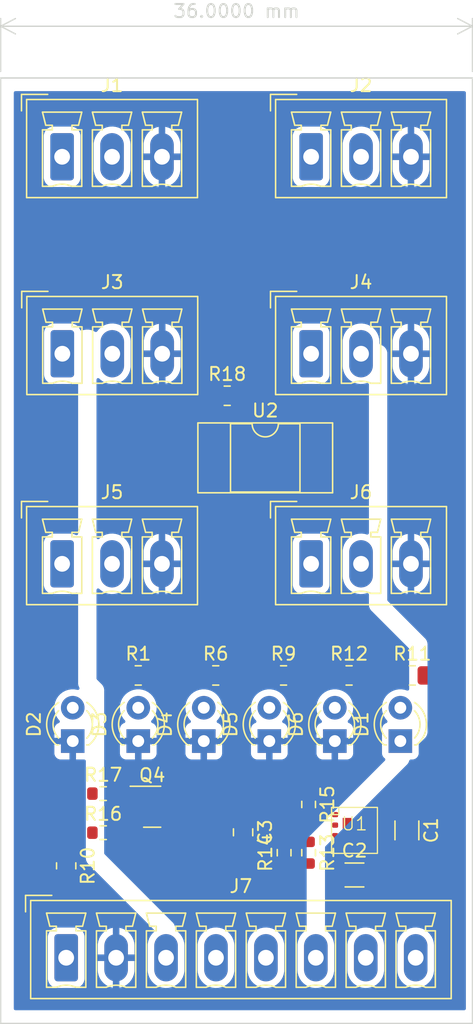
<source format=kicad_pcb>
(kicad_pcb (version 20221018) (generator pcbnew)
  (layers (0 "F.Cu" signal) (31 "B.Cu" signal) (34 "B.Paste" user) (35 "F.Paste" user) (36 "B.SilkS" user "B.Silkscreen") (37 "F.SilkS" user "F.Silkscreen") (38 "B.Mask" user) (39 "F.Mask" user) (44 "Edge.Cuts" user))
  (net 0 "")
  (net 1 "VDD")
  (net 2 "GND")
  (net 3 "Net-(D3-A)")
  (net 4 "Net-(D4-A)")
  (net 5 "Net-(D5-A)")
  (net 6 "/X_MASSO")
  (net 7 "/Y_MASSO")
  (net 8 "/Z_MASSO")
  (net 9 "+5V")
  (net 10 "Net-(U1-SS)")
  (net 11 "/TOUCH_OUT")
  (net 12 "Net-(D1-A)")
  (net 13 "Net-(D6-A)")
  (net 14 "/SPINDLE_STOP_OC")
  (net 15 "/LASER_EN")
  (net 16 "Net-(U1-PG)")
  (net 17 "Net-(U1-FB)")
  (net 18 "Net-(U1-EN)")
  (net 19 "Net-(D2-A)")
  (net 20 "/LASER_ON_OC")
  (net 21 "Net-(Q4-G)")
  (net 22 "/SPINDLE_STOP")
  (net 23 "Net-(R18-Pad1)")
  (footprint "Connector_Phoenix_MC:PhoenixContact_MCV_1,5_3-G-3.81_1x03_P3.81mm_Vertical" (layer "F.Cu") (at 124.69 105)
    (fp_text reference "J5" (at 3.81 -5.45) (layer "F.SilkS"))
    (fp_text value "Conn_01x03_Socket")
    (pad "1" thru_hole roundrect (at 0 0) (size 1.8 3.6) (drill 1.2) (layers "*.Cu" "*.Mask") (roundrect_rratio 0.138889) (net 1 "VDD"))
    (pad "2" thru_hole oval (at 3.81 0) (size 1.8 3.6) (drill 1.2) (layers "*.Cu" "*.Mask") (net 8 "/Z_MASSO"))
    (pad "3" thru_hole oval (at 7.62 0) (size 1.8 3.6) (drill 1.2) (layers "*.Cu" "*.Mask") (net 2 "GND"))
  )
  (footprint "LED_THT:LED_D3.0mm" (layer "F.Cu") (at 145.5 118.5 90)
    (fp_text reference "D6" (at 1.27 -2.96 90) (layer "F.SilkS"))
    (fp_text value "ORG")
    (pad "1" thru_hole rect (at 0 0 90) (size 1.8 1.8) (drill 0.9) (layers "*.Cu" "*.Mask") (net 2 "GND"))
    (pad "2" thru_hole circle (at 2.54 0 90) (size 1.8 1.8) (drill 0.9) (layers "*.Cu" "*.Mask") (net 13 "Net-(D6-A)"))
  )
  (footprint "LED_THT:LED_D3.0mm" (layer "F.Cu") (at 130.5 118.5 90)
    (fp_text reference "D3" (at 1.27 -2.96 90) (layer "F.SilkS"))
    (fp_text value "GRN")
    (pad "1" thru_hole rect (at 0 0 90) (size 1.8 1.8) (drill 0.9) (layers "*.Cu" "*.Mask") (net 2 "GND"))
    (pad "2" thru_hole circle (at 2.54 0 90) (size 1.8 1.8) (drill 0.9) (layers "*.Cu" "*.Mask") (net 3 "Net-(D3-A)"))
  )
  (footprint "Capacitor_SMD:C_1206_3216Metric" (layer "F.Cu") (at 147 128.697)
    (fp_text reference "C2" (at 0 -1.85) (layer "F.SilkS"))
    (fp_text value "22u")
    (pad "1" smd roundrect (at -1.475 0) (size 1.15 1.8) (layers "F.Cu" "F.Paste" "F.Mask") (roundrect_rratio 0.217391) (net 9 "+5V"))
    (pad "2" smd roundrect (at 1.475 0) (size 1.15 1.8) (layers "F.Cu" "F.Paste" "F.Mask") (roundrect_rratio 0.217391) (net 2 "GND"))
  )
  (footprint "Package_DIP:DIP-4_W7.62mm_SMDSocket_SmallPads" (layer "F.Cu") (at 140.19 96.93)
    (fp_text reference "U2" (at 0 -3.6) (layer "F.SilkS"))
    (fp_text value "PC817")
    (pad "1" smd rect (at -3.81 -1.27) (size 1.6 1.6) (layers "F.Cu" "F.Paste" "F.Mask") (net 23 "Net-(R18-Pad1)"))
    (pad "2" smd rect (at -3.81 1.27) (size 1.6 1.6) (layers "F.Cu" "F.Paste" "F.Mask") (net 14 "/SPINDLE_STOP_OC"))
    (pad "3" smd rect (at 3.81 1.27) (size 1.6 1.6) (layers "F.Cu" "F.Paste" "F.Mask") (net 2 "GND"))
    (pad "4" smd rect (at 3.81 -1.27) (size 1.6 1.6) (layers "F.Cu" "F.Paste" "F.Mask") (net 22 "/SPINDLE_STOP"))
  )
  (footprint "Resistor_SMD:R_0805_2012Metric" (layer "F.Cu") (at 136.4125 113.5)
    (fp_text reference "R6" (at 0 -1.65) (layer "F.SilkS"))
    (fp_text value "10k")
    (pad "1" smd roundrect (at -0.9125 0) (size 1.025 1.4) (layers "F.Cu" "F.Paste" "F.Mask") (roundrect_rratio 0.243902) (net 4 "Net-(D4-A)"))
    (pad "2" smd roundrect (at 0.9125 0) (size 1.025 1.4) (layers "F.Cu" "F.Paste" "F.Mask") (roundrect_rratio 0.243902) (net 7 "/Y_MASSO"))
  )
  (footprint "Resistor_SMD:R_0805_2012Metric" (layer "F.Cu") (at 141.5875 113.5)
    (fp_text reference "R9" (at 0 -1.65) (layer "F.SilkS"))
    (fp_text value "10k")
    (pad "1" smd roundrect (at -0.9125 0) (size 1.025 1.4) (layers "F.Cu" "F.Paste" "F.Mask") (roundrect_rratio 0.243902) (net 5 "Net-(D5-A)"))
    (pad "2" smd roundrect (at 0.9125 0) (size 1.025 1.4) (layers "F.Cu" "F.Paste" "F.Mask") (roundrect_rratio 0.243902) (net 8 "/Z_MASSO"))
  )
  (footprint "Resistor_SMD:R_0805_2012Metric" (layer "F.Cu") (at 130.5 113.5)
    (fp_text reference "R1" (at 0 -1.65) (layer "F.SilkS"))
    (fp_text value "10k")
    (pad "1" smd roundrect (at -0.9125 0) (size 1.025 1.4) (layers "F.Cu" "F.Paste" "F.Mask") (roundrect_rratio 0.243902) (net 3 "Net-(D3-A)"))
    (pad "2" smd roundrect (at 0.9125 0) (size 1.025 1.4) (layers "F.Cu" "F.Paste" "F.Mask") (roundrect_rratio 0.243902) (net 6 "/X_MASSO"))
  )
  (footprint "Resistor_SMD:R_0805_2012Metric" (layer "F.Cu") (at 146.5875 113.5)
    (fp_text reference "R12" (at 0 -1.65) (layer "F.SilkS"))
    (fp_text value "3k3")
    (pad "1" smd roundrect (at -0.9125 0) (size 1.025 1.4) (layers "F.Cu" "F.Paste" "F.Mask") (roundrect_rratio 0.243902) (net 13 "Net-(D6-A)"))
    (pad "2" smd roundrect (at 0.9125 0) (size 1.025 1.4) (layers "F.Cu" "F.Paste" "F.Mask") (roundrect_rratio 0.243902) (net 9 "+5V"))
  )
  (footprint "LED_THT:LED_D3.0mm" (layer "F.Cu") (at 140.5 118.5 90)
    (fp_text reference "D5" (at 1.27 -2.96 90) (layer "F.SilkS"))
    (fp_text value "GRN")
    (pad "1" thru_hole rect (at 0 0 90) (size 1.8 1.8) (drill 0.9) (layers "*.Cu" "*.Mask") (net 2 "GND"))
    (pad "2" thru_hole circle (at 2.54 0 90) (size 1.8 1.8) (drill 0.9) (layers "*.Cu" "*.Mask") (net 5 "Net-(D5-A)"))
  )
  (footprint "Resistor_SMD:R_0603_1608Metric" (layer "F.Cu") (at 143.5 123.325 -90)
    (fp_text reference "R15" (at 0 -1.43 -90) (layer "F.SilkS"))
    (fp_text value "44k2")
    (pad "1" smd roundrect (at -0.825 0 270) (size 0.8 0.95) (layers "F.Cu" "F.Paste" "F.Mask") (net 2 "GND"))
    (pad "2" smd roundrect (at 0.825 0 270) (size 0.8 0.95) (layers "F.Cu" "F.Paste" "F.Mask") (net 17 "Net-(U1-FB)"))
  )
  (footprint "Connector_Phoenix_MC:PhoenixContact_MCV_1,5_3-G-3.81_1x03_P3.81mm_Vertical" (layer "F.Cu") (at 143.69 105)
    (fp_text reference "J6" (at 3.81 -5.45) (layer "F.SilkS"))
    (fp_text value "Conn_01x03_Socket")
    (pad "1" thru_hole roundrect (at 0 0) (size 1.8 3.6) (drill 1.2) (layers "*.Cu" "*.Mask") (roundrect_rratio 0.138889) (net 9 "+5V"))
    (pad "2" thru_hole oval (at 3.81 0) (size 1.8 3.6) (drill 1.2) (layers "*.Cu" "*.Mask") (net 15 "/LASER_EN"))
    (pad "3" thru_hole oval (at 7.62 0) (size 1.8 3.6) (drill 1.2) (layers "*.Cu" "*.Mask") (net 2 "GND"))
  )
  (footprint "LED_THT:LED_D3.0mm" (layer "F.Cu") (at 150.5 118.5 90)
    (fp_text reference "D1" (at 1.27 -2.96 90) (layer "F.SilkS"))
    (fp_text value "RED")
    (pad "1" thru_hole rect (at 0 0 90) (size 1.8 1.8) (drill 0.9) (layers "*.Cu" "*.Mask") (net 11 "/TOUCH_OUT"))
    (pad "2" thru_hole circle (at 2.54 0 90) (size 1.8 1.8) (drill 0.9) (layers "*.Cu" "*.Mask") (net 12 "Net-(D1-A)"))
  )
  (footprint "Resistor_SMD:R_0603_1608Metric" (layer "F.Cu") (at 143.5 127 -90)
    (fp_text reference "R13" (at 0 -1.43 -90) (layer "F.SilkS"))
    (fp_text value "10k")
    (pad "1" smd roundrect (at -0.825 0 270) (size 0.8 0.95) (layers "F.Cu" "F.Paste" "F.Mask") (net 16 "Net-(U1-PG)"))
    (pad "2" smd roundrect (at 0.825 0 270) (size 0.8 0.95) (layers "F.Cu" "F.Paste" "F.Mask") (net 9 "+5V"))
  )
  (footprint "Resistor_SMD:R_0603_1608Metric" (layer "F.Cu") (at 127.825 125.476)
    (fp_text reference "R16" (at 0 -1.43) (layer "F.SilkS"))
    (fp_text value "10k")
    (pad "1" smd roundrect (at -0.825 0) (size 0.8 0.95) (layers "F.Cu" "F.Paste" "F.Mask") (net 20 "/LASER_ON_OC"))
    (pad "2" smd roundrect (at 0.825 0) (size 0.8 0.95) (layers "F.Cu" "F.Paste" "F.Mask") (net 1 "VDD"))
  )
  (footprint "Resistor_SMD:R_0805_2012Metric" (layer "F.Cu") (at 137.2875 92.2)
    (fp_text reference "R18" (at 0 -1.65) (layer "F.SilkS"))
    (fp_text value "10k")
    (pad "1" smd roundrect (at -0.9125 0) (size 1.025 1.4) (layers "F.Cu" "F.Paste" "F.Mask") (roundrect_rratio 0.243902) (net 23 "Net-(R18-Pad1)"))
    (pad "2" smd roundrect (at 0.9125 0) (size 1.025 1.4) (layers "F.Cu" "F.Paste" "F.Mask") (roundrect_rratio 0.243902) (net 1 "VDD"))
  )
  (footprint "Resistor_SMD:R_0603_1608Metric" (layer "F.Cu") (at 141.6305 127 90)
    (fp_text reference "R14" (at 0 -1.43 90) (layer "F.SilkS"))
    (fp_text value "232k")
    (pad "1" smd roundrect (at -0.825 0 90) (size 0.8 0.95) (layers "F.Cu" "F.Paste" "F.Mask") (net 9 "+5V"))
    (pad "2" smd roundrect (at 0.825 0 90) (size 0.8 0.95) (layers "F.Cu" "F.Paste" "F.Mask") (net 17 "Net-(U1-FB)"))
  )
  (footprint "Connector_Phoenix_MC:PhoenixContact_MCV_1,5_3-G-3.81_1x03_P3.81mm_Vertical" (layer "F.Cu") (at 124.69 74)
    (fp_text reference "J1" (at 3.81 -5.45) (layer "F.SilkS"))
    (fp_text value "Conn_01x03_Socket")
    (pad "1" thru_hole roundrect (at 0 0) (size 1.8 3.6) (drill 1.2) (layers "*.Cu" "*.Mask") (roundrect_rratio 0.138889) (net 1 "VDD"))
    (pad "2" thru_hole oval (at 3.81 0) (size 1.8 3.6) (drill 1.2) (layers "*.Cu" "*.Mask") (net 6 "/X_MASSO"))
    (pad "3" thru_hole oval (at 7.62 0) (size 1.8 3.6) (drill 1.2) (layers "*.Cu" "*.Mask") (net 2 "GND"))
  )
  (footprint "Connector_Phoenix_MC:PhoenixContact_MCV_1,5_3-G-3.81_1x03_P3.81mm_Vertical" (layer "F.Cu") (at 143.69 89)
    (fp_text reference "J4" (at 3.81 -5.45) (layer "F.SilkS"))
    (fp_text value "Conn_01x03_Socket")
    (pad "1" thru_hole roundrect (at 0 0) (size 1.8 3.6) (drill 1.2) (layers "*.Cu" "*.Mask") (roundrect_rratio 0.138889) (net 1 "VDD"))
    (pad "2" thru_hole oval (at 3.81 0) (size 1.8 3.6) (drill 1.2) (layers "*.Cu" "*.Mask") (net 11 "/TOUCH_OUT"))
    (pad "3" thru_hole oval (at 7.62 0) (size 1.8 3.6) (drill 1.2) (layers "*.Cu" "*.Mask") (net 2 "GND"))
  )
  (footprint "cncpatch:MicroSiP" (layer "F.Cu") (at 147 125.3)
    (fp_text reference "U1" (at 0 -0.5 unlocked) (layer "F.SilkS") (effects (font (thickness 0.1))))
    (fp_text value "~")
    (pad "1" smd roundrect (at -1.475 -1.2) (size 0.45 0.4) (layers "F.Cu" "F.Paste" "F.Mask") (net 10 "Net-(U1-SS)"))
    (pad "2" smd roundrect (at -1.475 -0.4) (size 0.45 0.4) (layers "F.Cu" "F.Paste" "F.Mask") (net 17 "Net-(U1-FB)"))
    (pad "3" smd roundrect (at -1.475 0.4) (size 0.45 0.4) (layers "F.Cu" "F.Paste" "F.Mask") (net 16 "Net-(U1-PG)"))
    (pad "4" smd roundrect (at -1.475 1.2) (size 0.45 0.4) (layers "F.Cu" "F.Paste" "F.Mask") (net 9 "+5V"))
    (pad "5" smd roundrect (at 1.475 1.2) (size 0.45 0.4) (layers "F.Cu" "F.Paste" "F.Mask") (net 2 "GND"))
    (pad "6" smd roundrect (at 1.475 0.4) (size 0.45 0.4) (layers "F.Cu" "F.Paste" "F.Mask") (net 9 "+5V"))
    (pad "7" smd roundrect (at 1.475 -0.4) (size 0.45 0.4) (layers "F.Cu" "F.Paste" "F.Mask") (net 18 "Net-(U1-EN)"))
    (pad "8" smd roundrect (at 1.475 -1.2) (size 0.45 0.4) (layers "F.Cu" "F.Paste" "F.Mask") (net 18 "Net-(U1-EN)"))
    (pad "9" smd rect (at -0.55 -0.525) (size 0.7 0.85) (layers "F.Cu" "F.Paste" "F.Mask") (net 2 "GND"))
    (pad "9" smd rect (at -0.55 0.525) (size 0.7 0.85) (layers "F.Cu" "F.Paste" "F.Mask") (net 2 "GND"))
    (pad "9" smd rect (at 0.55 -0.525) (size 0.7 0.85) (layers "F.Cu" "F.Paste" "F.Mask") (net 2 "GND"))
    (pad "9" smd rect (at 0.55 0.525) (size 0.7 0.85) (layers "F.Cu" "F.Paste" "F.Mask") (net 2 "GND"))
  )
  (footprint "Resistor_SMD:R_0805_2012Metric" (layer "F.Cu") (at 125 128 -90)
    (fp_text reference "R10" (at 0 -1.65 90) (layer "F.SilkS"))
    (fp_text value "10k")
    (pad "1" smd roundrect (at -0.9125 0 270) (size 1.025 1.4) (layers "F.Cu" "F.Paste" "F.Mask") (roundrect_rratio 0.243902) (net 19 "Net-(D2-A)"))
    (pad "2" smd roundrect (at 0.9125 0 270) (size 1.025 1.4) (layers "F.Cu" "F.Paste" "F.Mask") (roundrect_rratio 0.243902) (net 1 "VDD"))
  )
  (footprint "Capacitor_SMD:C_1206_3216Metric" (layer "F.Cu") (at 151 125.3 -90)
    (fp_text reference "C1" (at 0 -1.85 90) (layer "F.SilkS"))
    (fp_text value "22u")
    (pad "1" smd roundrect (at -1.475 0 270) (size 1.15 1.8) (layers "F.Cu" "F.Paste" "F.Mask") (roundrect_rratio 0.217391) (net 18 "Net-(U1-EN)"))
    (pad "2" smd roundrect (at 1.475 0 270) (size 1.15 1.8) (layers "F.Cu" "F.Paste" "F.Mask") (roundrect_rratio 0.217391) (net 2 "GND"))
  )
  (footprint "Package_TO_SOT_SMD:SOT-23" (layer "F.Cu") (at 131.5625 123.5)
    (fp_text reference "Q4" (at 0 -2.4) (layer "F.SilkS"))
    (fp_text value "AO3401A")
    (pad "1" smd roundrect (at -0.9375 -0.95) (size 1.475 0.6) (layers "F.Cu" "F.Paste" "F.Mask") (net 21 "Net-(Q4-G)"))
    (pad "2" smd roundrect (at -0.9375 0.95) (size 1.475 0.6) (layers "F.Cu" "F.Paste" "F.Mask") (net 9 "+5V"))
    (pad "3" smd roundrect (at 0.9375 0) (size 1.475 0.6) (layers "F.Cu" "F.Paste" "F.Mask") (net 15 "/LASER_EN"))
  )
  (footprint "Connector_Phoenix_MC:PhoenixContact_MCV_1,5_3-G-3.81_1x03_P3.81mm_Vertical" (layer "F.Cu") (at 124.7075 89)
    (fp_text reference "J3" (at 3.81 -5.45) (layer "F.SilkS"))
    (fp_text value "Conn_01x03_Socket")
    (pad "1" thru_hole roundrect (at 0 0) (size 1.8 3.6) (drill 1.2) (layers "*.Cu" "*.Mask") (roundrect_rratio 0.138889) (net 1 "VDD"))
    (pad "2" thru_hole oval (at 3.81 0) (size 1.8 3.6) (drill 1.2) (layers "*.Cu" "*.Mask") (net 7 "/Y_MASSO"))
    (pad "3" thru_hole oval (at 7.62 0) (size 1.8 3.6) (drill 1.2) (layers "*.Cu" "*.Mask") (net 2 "GND"))
  )
  (footprint "Capacitor_SMD:C_0805_2012Metric" (layer "F.Cu") (at 138.5 125.4458 -90)
    (fp_text reference "C3" (at 0 -1.68 90) (layer "F.SilkS"))
    (fp_text value "3n3")
    (pad "1" smd roundrect (at -0.95 0 270) (size 1 1.45) (layers "F.Cu" "F.Paste" "F.Mask") (net 10 "Net-(U1-SS)"))
    (pad "2" smd roundrect (at 0.95 0 270) (size 1 1.45) (layers "F.Cu" "F.Paste" "F.Mask") (net 2 "GND"))
  )
  (footprint "Resistor_SMD:R_0805_2012Metric" (layer "F.Cu") (at 151.4125 113.5)
    (fp_text reference "R11" (at 0 -1.65) (layer "F.SilkS"))
    (fp_text value "10k")
    (pad "1" smd roundrect (at -0.9125 0) (size 1.025 1.4) (layers "F.Cu" "F.Paste" "F.Mask") (roundrect_rratio 0.243902) (net 12 "Net-(D1-A)"))
    (pad "2" smd roundrect (at 0.9125 0) (size 1.025 1.4) (layers "F.Cu" "F.Paste" "F.Mask") (roundrect_rratio 0.243902) (net 1 "VDD"))
  )
  (footprint "Connector_Phoenix_MC:PhoenixContact_MCV_1,5_8-G-3.81_1x08_P3.81mm_Vertical" (layer "F.Cu") (at 125 135)
    (fp_text reference "J7" (at 13.33 -5.45) (layer "F.SilkS"))
    (fp_text value "Conn_01x08_Socket")
    (pad "1" thru_hole roundrect (at 0 0) (size 1.8 3.6) (drill 1.2) (layers "*.Cu" "*.Mask") (roundrect_rratio 0.138889) (net 1 "VDD"))
    (pad "2" thru_hole oval (at 3.81 0) (size 1.8 3.6) (drill 1.2) (layers "*.Cu" "*.Mask") (net 2 "GND"))
    (pad "3" thru_hole oval (at 7.62 0) (size 1.8 3.6) (drill 1.2) (layers "*.Cu" "*.Mask") (net 6 "/X_MASSO"))
    (pad "4" thru_hole oval (at 11.43 0) (size 1.8 3.6) (drill 1.2) (layers "*.Cu" "*.Mask") (net 7 "/Y_MASSO"))
    (pad "5" thru_hole oval (at 15.24 0) (size 1.8 3.6) (drill 1.2) (layers "*.Cu" "*.Mask") (net 8 "/Z_MASSO"))
    (pad "6" thru_hole oval (at 19.05 0) (size 1.8 3.6) (drill 1.2) (layers "*.Cu" "*.Mask") (net 11 "/TOUCH_OUT"))
    (pad "7" thru_hole oval (at 22.86 0) (size 1.8 3.6) (drill 1.2) (layers "*.Cu" "*.Mask") (net 20 "/LASER_ON_OC"))
    (pad "8" thru_hole oval (at 26.67 0) (size 1.8 3.6) (drill 1.2) (layers "*.Cu" "*.Mask") (net 22 "/SPINDLE_STOP"))
  )
  (footprint "Connector_Phoenix_MC:PhoenixContact_MCV_1,5_3-G-3.81_1x03_P3.81mm_Vertical" (layer "F.Cu") (at 143.69 74)
    (fp_text reference "J2" (at 3.81 -5.45) (layer "F.SilkS"))
    (fp_text value "Conn_01x03_Socket")
    (pad "1" thru_hole roundrect (at 0 0) (size 1.8 3.6) (drill 1.2) (layers "*.Cu" "*.Mask") (roundrect_rratio 0.138889) (net 1 "VDD"))
    (pad "2" thru_hole oval (at 3.81 0) (size 1.8 3.6) (drill 1.2) (layers "*.Cu" "*.Mask") (net 14 "/SPINDLE_STOP_OC"))
    (pad "3" thru_hole oval (at 7.62 0) (size 1.8 3.6) (drill 1.2) (layers "*.Cu" "*.Mask") (net 2 "GND"))
  )
  (footprint "LED_THT:LED_D3.0mm" (layer "F.Cu") (at 135.5 118.5 90)
    (fp_text reference "D4" (at 1.27 -2.96 90) (layer "F.SilkS"))
    (fp_text value "GRN")
    (pad "1" thru_hole rect (at 0 0 90) (size 1.8 1.8) (drill 0.9) (layers "*.Cu" "*.Mask") (net 2 "GND"))
    (pad "2" thru_hole circle (at 2.54 0 90) (size 1.8 1.8) (drill 0.9) (layers "*.Cu" "*.Mask") (net 4 "Net-(D4-A)"))
  )
  (footprint "LED_THT:LED_D3.0mm" (layer "F.Cu") (at 125.5 118.5 90)
    (fp_text reference "D2" (at 1.27 -2.96 90) (layer "F.SilkS"))
    (fp_text value "LED")
    (pad "1" thru_hole rect (at 0 0 90) (size 1.8 1.8) (drill 0.9) (layers "*.Cu" "*.Mask") (net 2 "GND"))
    (pad "2" thru_hole circle (at 2.54 0 90) (size 1.8 1.8) (drill 0.9) (layers "*.Cu" "*.Mask") (net 19 "Net-(D2-A)"))
  )
  (footprint "Resistor_SMD:R_0603_1608Metric" (layer "F.Cu") (at 127.825 122.5)
    (fp_text reference "R17" (at 0 -1.43) (layer "F.SilkS"))
    (fp_text value "22")
    (pad "1" smd roundrect (at -0.825 0) (size 0.8 0.95) (layers "F.Cu" "F.Paste" "F.Mask") (net 20 "/LASER_ON_OC"))
    (pad "2" smd roundrect (at 0.825 0) (size 0.8 0.95) (layers "F.Cu" "F.Paste" "F.Mask") (net 21 "Net-(Q4-G)"))
  )
  (gr_rect (start 120 68) (end 156 140) (stroke (width 0.1)) (fill none) (layer "Edge.Cuts"))
  (dimension (type aligned) (layer "Edge.Cuts") (pts (xy 120 68) (xy 156 68)) (height -3.9412) (gr_text "36,0000 mm" (at 138 62.9088) (layer "Edge.Cuts") (effects (font (size 1 1) (thickness 0.15)))) (format (prefix "") (suffix "") (units 3) (units_format 1) (precision 4)) (style (thickness 0.1) (arrow_length 1.27) (text_position_mode 0) (extension_height 0.58642) (extension_offset 0.5) keep_text_aligned))
  (zone (net 2) (net_name "GND") (layer "B.Cu") (connect_pads (clearance 0.5)) (min_thickness 0.25) (fill yes (thermal_gap 0.5) (thermal_bridge_width 0.5))
    (polygon (pts (xy 121 139) (xy 155.5 139) (xy 155.5 69) (xy 121 69)))
  )
)
</source>
